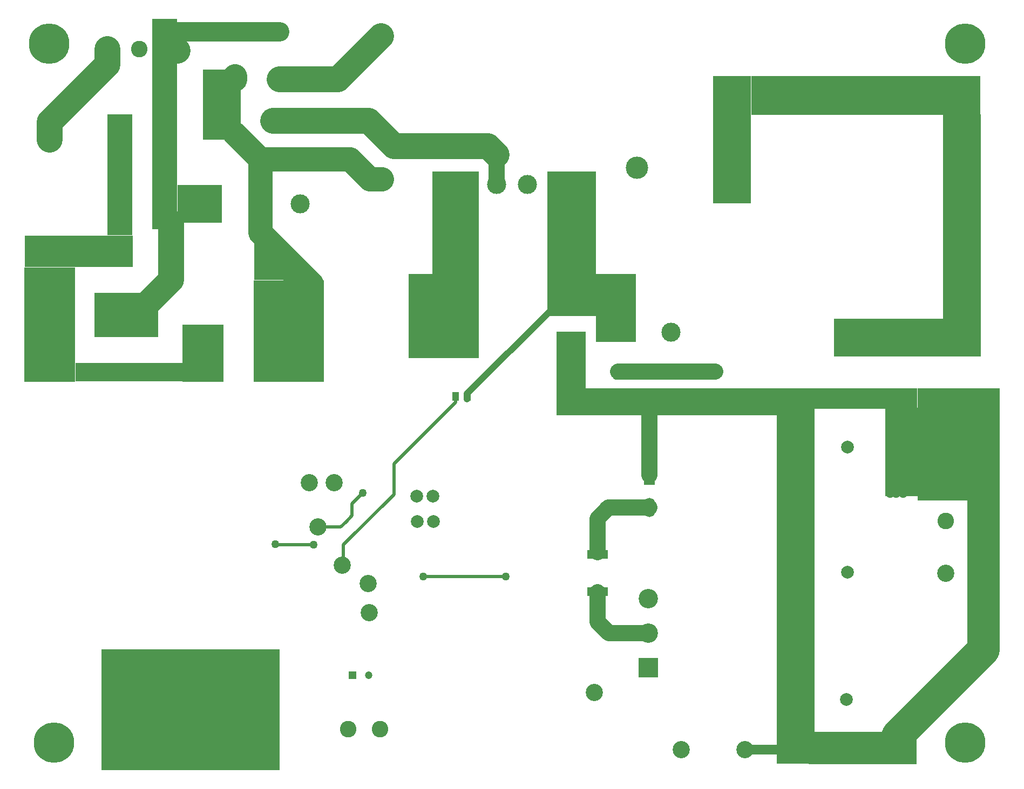
<source format=gtl>
G04 Layer_Physical_Order=1*
G04 Layer_Color=255*
%FSLAX24Y24*%
%MOIN*%
G70*
G01*
G75*
%ADD10R,0.1299X0.0532*%
%ADD11R,0.0394X0.0551*%
%ADD12R,0.1378X0.0630*%
%ADD13C,0.0200*%
%ADD14C,0.0600*%
%ADD15C,0.0400*%
%ADD16C,0.1000*%
%ADD17C,0.1600*%
%ADD18C,0.1500*%
%ADD19C,0.1200*%
%ADD20C,0.2000*%
%ADD21R,0.9069X0.2368*%
%ADD22R,0.1792X0.3643*%
%ADD23R,0.1200X0.1600*%
%ADD24R,0.1969X0.2300*%
%ADD25R,0.2362X0.4331*%
%ADD26R,0.3937X0.2756*%
%ADD27R,0.6693X0.1969*%
%ADD28R,0.1575X0.7480*%
%ADD29R,0.6594X0.1181*%
%ADD30R,0.3150X0.7087*%
%ADD31R,0.2559X0.3543*%
%ADD32R,0.4334X0.6299*%
%ADD33R,0.2756X0.2362*%
%ADD34R,0.1575X1.2992*%
%ADD35R,1.1024X0.7480*%
%ADD36R,1.4173X0.2384*%
%ADD37R,0.2365X1.4963*%
%ADD38R,0.2864X0.8465*%
%ADD39R,0.3043X0.8933*%
%ADD40R,0.4330X0.5237*%
%ADD41R,0.2479X0.4226*%
%ADD42R,0.2362X2.2034*%
%ADD43R,0.6693X0.2017*%
%ADD44R,0.5115X0.6919*%
%ADD45R,0.2362X0.5512*%
%ADD46R,0.2362X0.7890*%
%ADD47R,0.8679X0.1259*%
%ADD48R,1.3603X0.1657*%
%ADD49C,0.0787*%
%ADD50C,0.1063*%
%ADD51C,0.1181*%
%ADD52R,0.0787X0.0787*%
%ADD53C,0.1102*%
%ADD54R,0.1102X0.1102*%
%ADD55C,0.1197*%
%ADD56R,0.1197X0.1197*%
%ADD57C,0.1378*%
%ADD58R,0.1181X0.1181*%
%ADD59R,0.0697X0.1200*%
%ADD60O,0.0697X0.1200*%
%ADD61C,0.1024*%
%ADD62R,0.0472X0.0472*%
%ADD63C,0.0472*%
%ADD64R,0.0787X0.0787*%
%ADD65R,0.0630X0.0630*%
%ADD66C,0.0630*%
%ADD67R,0.1181X0.1181*%
%ADD68C,0.0965*%
%ADD69R,0.0965X0.0965*%
%ADD70C,0.2500*%
%ADD71C,0.0500*%
D10*
X67700Y58761D02*
D03*
Y56458D02*
D03*
X66104Y42939D02*
D03*
Y45243D02*
D03*
D11*
X58080Y55011D02*
D03*
X57332D02*
D03*
D12*
X72930Y55016D02*
D03*
Y56551D02*
D03*
D13*
X50935Y48366D02*
X51613Y49044D01*
X50935Y47633D02*
Y48366D01*
X50562Y47260D02*
X50935Y47633D01*
X50561Y47260D02*
X50562D01*
X50247Y46946D02*
X50561Y47260D01*
X48840Y46946D02*
X50247D01*
X55332Y43892D02*
X60442D01*
X46206Y45857D02*
X48578D01*
X57332Y54641D02*
Y55011D01*
X53536Y50845D02*
X57332Y54641D01*
X53536Y48959D02*
Y50845D01*
X50409Y45831D02*
X53536Y48959D01*
X50409Y44737D02*
Y45831D01*
X50261Y44589D02*
X50409Y44737D01*
D14*
X75197Y33169D02*
X77447D01*
D15*
X63221Y60352D02*
Y60840D01*
X58046Y55177D02*
X63221Y60352D01*
X58046Y54841D02*
Y55177D01*
D16*
X66091Y41084D02*
Y42899D01*
Y41084D02*
X66787Y40388D01*
X69218D02*
X69223Y40383D01*
X66787Y40388D02*
X69218D01*
X66783Y48130D02*
X69300D01*
X66091Y47438D02*
X66783Y48130D01*
X66091Y45365D02*
Y47438D01*
X67379Y56551D02*
X73367D01*
X69300Y50130D02*
Y54385D01*
X59874Y68110D02*
Y69949D01*
D17*
X37992Y59646D02*
Y60433D01*
X35827Y75522D02*
Y76487D01*
X32283Y71978D02*
X35827Y75522D01*
X51968Y72047D02*
X53543Y70472D01*
X46063Y72047D02*
X51968D01*
X39764Y62205D02*
Y65748D01*
X37992Y60433D02*
X39764Y62205D01*
X40048Y76487D02*
X40157Y76378D01*
X39764Y76487D02*
X40048D01*
X50053Y74606D02*
X52724Y77277D01*
X46457Y74606D02*
X50053D01*
X32283Y70866D02*
Y71978D01*
X53543Y70472D02*
X59350D01*
X59874Y69949D01*
D18*
X48425Y61811D02*
Y61975D01*
X45255Y65145D02*
X48425Y61975D01*
X45255Y65145D02*
Y69706D01*
X50787Y69685D02*
X52022Y68451D01*
X45276Y69685D02*
X50787D01*
X43701Y71260D02*
X45276Y69685D01*
X43701Y74606D02*
Y74803D01*
X52022Y68451D02*
X52756D01*
D19*
X40107Y77559D02*
X43701D01*
X46457D01*
D20*
X84646Y34055D02*
X89943Y39353D01*
Y49536D01*
D21*
X85230Y58652D02*
D03*
D22*
X64468Y57219D02*
D03*
D23*
X47300Y62600D02*
D03*
D24*
X45866Y63350D02*
D03*
D25*
X42913Y73032D02*
D03*
D26*
X37008Y60039D02*
D03*
D27*
X34055Y63976D02*
D03*
D28*
X36614Y68701D02*
D03*
D29*
X37156Y56496D02*
D03*
D30*
X32283Y59449D02*
D03*
D31*
X41732Y57677D02*
D03*
D32*
X47046Y59055D02*
D03*
D33*
X41535Y66929D02*
D03*
D34*
X39370Y71850D02*
D03*
D35*
X40956Y35647D02*
D03*
D36*
X82677Y73622D02*
D03*
D37*
X88586Y64977D02*
D03*
D38*
X57328Y64665D02*
D03*
D39*
X64513Y64431D02*
D03*
D40*
X56594Y59980D02*
D03*
D41*
X67235Y60486D02*
D03*
D42*
X78346Y43301D02*
D03*
D43*
X82480Y33292D02*
D03*
D44*
X88390Y52052D02*
D03*
D45*
X85039Y51575D02*
D03*
D46*
X74409Y70874D02*
D03*
D47*
X81504Y54881D02*
D03*
D48*
X70374Y54674D02*
D03*
D49*
X55944Y48856D02*
D03*
X54944D02*
D03*
X55980Y47293D02*
D03*
X54980D02*
D03*
X36417Y71575D02*
D03*
X81473Y36287D02*
D03*
X81520Y44162D02*
D03*
X81544Y51872D02*
D03*
X46457Y74606D02*
D03*
X43701D02*
D03*
X57756Y63386D02*
D03*
D50*
X49831Y49674D02*
D03*
X87609Y52204D02*
D03*
X48308Y49674D02*
D03*
X71260Y33169D02*
D03*
X75197D02*
D03*
X65901Y36709D02*
D03*
X50351Y44582D02*
D03*
X51937Y43432D02*
D03*
X51988Y41652D02*
D03*
X66534Y61161D02*
D03*
X55412Y61211D02*
D03*
X87609Y44075D02*
D03*
X48840Y46946D02*
D03*
D51*
X70642Y58993D02*
D03*
X82453D02*
D03*
X41732Y57929D02*
D03*
X47732D02*
D03*
Y66929D02*
D03*
X32283Y61024D02*
D03*
X63677Y68110D02*
D03*
X59874D02*
D03*
X61776D02*
D03*
D52*
X39370Y72441D02*
D03*
X78422Y36287D02*
D03*
X78469Y44162D02*
D03*
X78492Y51872D02*
D03*
X63661Y63386D02*
D03*
D53*
X42783Y72157D02*
D03*
D54*
X46063D02*
D03*
D55*
X69223Y42521D02*
D03*
Y40383D02*
D03*
D56*
Y38245D02*
D03*
D57*
X74832Y69162D02*
D03*
X68533D02*
D03*
D58*
X41732Y66929D02*
D03*
X32283Y70866D02*
D03*
D59*
X69300Y50130D02*
D03*
D60*
Y48130D02*
D03*
D61*
X87589Y49285D02*
D03*
Y47316D02*
D03*
X52657Y34449D02*
D03*
X50689D02*
D03*
X39764Y76487D02*
D03*
X37795D02*
D03*
X35827D02*
D03*
D62*
X50984Y37795D02*
D03*
D63*
X51968D02*
D03*
D64*
X46457Y77559D02*
D03*
X43701D02*
D03*
D65*
X36614Y68504D02*
D03*
X52756Y77309D02*
D03*
D66*
X36614Y59646D02*
D03*
X52756Y68451D02*
D03*
D67*
X57972Y68110D02*
D03*
D68*
X64449Y58425D02*
D03*
D69*
X56575D02*
D03*
D70*
X88800Y76822D02*
D03*
X32232Y76822D02*
D03*
X88800Y33600D02*
D03*
X32531D02*
D03*
D71*
X51613Y49044D02*
D03*
X60442Y43892D02*
D03*
X55332D02*
D03*
X73310Y56379D02*
D03*
Y56753D02*
D03*
X72890Y56379D02*
D03*
X72509D02*
D03*
X72890Y56774D02*
D03*
X72514Y56778D02*
D03*
X67283Y56685D02*
D03*
X84174Y49385D02*
D03*
X84550Y49380D02*
D03*
X84170Y48986D02*
D03*
X84550D02*
D03*
X84970Y49360D02*
D03*
Y48986D02*
D03*
X67659Y56680D02*
D03*
X67278Y56285D02*
D03*
X67659D02*
D03*
X68079Y56660D02*
D03*
Y56285D02*
D03*
X48578Y45857D02*
D03*
X46206Y45882D02*
D03*
M02*

</source>
